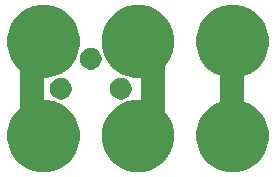
<source format=gbs>
G04 #@! TF.GenerationSoftware,KiCad,Pcbnew,5.1.5-52549c5~84~ubuntu19.04.1*
G04 #@! TF.CreationDate,2020-01-08T00:27:12+01:00*
G04 #@! TF.ProjectId,2x3-Mini-Potentiometer-3386P-TH,3278332d-4d69-46e6-992d-506f74656e74,v1.2*
G04 #@! TF.SameCoordinates,Original*
G04 #@! TF.FileFunction,Soldermask,Bot*
G04 #@! TF.FilePolarity,Negative*
%FSLAX46Y46*%
G04 Gerber Fmt 4.6, Leading zero omitted, Abs format (unit mm)*
G04 Created by KiCad (PCBNEW 5.1.5-52549c5~84~ubuntu19.04.1) date 2020-01-08 00:27:12*
%MOMM*%
%LPD*%
G04 APERTURE LIST*
%ADD10C,2.000000*%
%ADD11C,0.100000*%
G04 APERTURE END LIST*
D10*
X35095800Y-23605600D02*
X35095800Y-32105600D01*
X41833800Y-24105600D02*
X41833800Y-32605600D01*
X24833800Y-23605600D02*
X24833800Y-32105600D01*
D11*
G36*
X34731095Y-29147617D02*
G01*
X35290927Y-29379507D01*
X35794765Y-29716160D01*
X36223240Y-30144635D01*
X36559893Y-30648473D01*
X36791783Y-31208305D01*
X36910000Y-31802621D01*
X36910000Y-32408579D01*
X36791783Y-33002895D01*
X36559893Y-33562727D01*
X36223240Y-34066565D01*
X35794765Y-34495040D01*
X35290927Y-34831693D01*
X34731095Y-35063583D01*
X34136779Y-35181800D01*
X33530821Y-35181800D01*
X32936505Y-35063583D01*
X32376673Y-34831693D01*
X31872835Y-34495040D01*
X31444360Y-34066565D01*
X31107707Y-33562727D01*
X30875817Y-33002895D01*
X30757600Y-32408579D01*
X30757600Y-31802621D01*
X30875817Y-31208305D01*
X31107707Y-30648473D01*
X31444360Y-30144635D01*
X31872835Y-29716160D01*
X32376673Y-29379507D01*
X32936505Y-29147617D01*
X33530821Y-29029400D01*
X34136779Y-29029400D01*
X34731095Y-29147617D01*
G37*
G36*
X42731095Y-29147617D02*
G01*
X43290927Y-29379507D01*
X43794765Y-29716160D01*
X44223240Y-30144635D01*
X44559893Y-30648473D01*
X44791783Y-31208305D01*
X44910000Y-31802621D01*
X44910000Y-32408579D01*
X44791783Y-33002895D01*
X44559893Y-33562727D01*
X44223240Y-34066565D01*
X43794765Y-34495040D01*
X43290927Y-34831693D01*
X42731095Y-35063583D01*
X42136779Y-35181800D01*
X41530821Y-35181800D01*
X40936505Y-35063583D01*
X40376673Y-34831693D01*
X39872835Y-34495040D01*
X39444360Y-34066565D01*
X39107707Y-33562727D01*
X38875817Y-33002895D01*
X38757600Y-32408579D01*
X38757600Y-31802621D01*
X38875817Y-31208305D01*
X39107707Y-30648473D01*
X39444360Y-30144635D01*
X39872835Y-29716160D01*
X40376673Y-29379507D01*
X40936505Y-29147617D01*
X41530821Y-29029400D01*
X42136779Y-29029400D01*
X42731095Y-29147617D01*
G37*
G36*
X26731095Y-29147617D02*
G01*
X27290927Y-29379507D01*
X27794765Y-29716160D01*
X28223240Y-30144635D01*
X28559893Y-30648473D01*
X28791783Y-31208305D01*
X28910000Y-31802621D01*
X28910000Y-32408579D01*
X28791783Y-33002895D01*
X28559893Y-33562727D01*
X28223240Y-34066565D01*
X27794765Y-34495040D01*
X27290927Y-34831693D01*
X26731095Y-35063583D01*
X26136779Y-35181800D01*
X25530821Y-35181800D01*
X24936505Y-35063583D01*
X24376673Y-34831693D01*
X23872835Y-34495040D01*
X23444360Y-34066565D01*
X23107707Y-33562727D01*
X22875817Y-33002895D01*
X22757600Y-32408579D01*
X22757600Y-31802621D01*
X22875817Y-31208305D01*
X23107707Y-30648473D01*
X23444360Y-30144635D01*
X23872835Y-29716160D01*
X24376673Y-29379507D01*
X24936505Y-29147617D01*
X25530821Y-29029400D01*
X26136779Y-29029400D01*
X26731095Y-29147617D01*
G37*
G36*
X27397088Y-27181800D02*
G01*
X27563964Y-27214994D01*
X27732519Y-27284812D01*
X27884219Y-27386175D01*
X28013225Y-27515181D01*
X28114588Y-27666881D01*
X28184406Y-27835436D01*
X28220000Y-28014378D01*
X28220000Y-28196822D01*
X28184406Y-28375764D01*
X28114588Y-28544319D01*
X28013225Y-28696019D01*
X27884219Y-28825025D01*
X27732519Y-28926388D01*
X27563964Y-28996206D01*
X27444669Y-29019935D01*
X27385023Y-29031800D01*
X27202577Y-29031800D01*
X27142931Y-29019935D01*
X27023636Y-28996206D01*
X26855081Y-28926388D01*
X26703381Y-28825025D01*
X26574375Y-28696019D01*
X26473012Y-28544319D01*
X26403194Y-28375764D01*
X26367600Y-28196822D01*
X26367600Y-28014378D01*
X26403194Y-27835436D01*
X26473012Y-27666881D01*
X26574375Y-27515181D01*
X26703381Y-27386175D01*
X26855081Y-27284812D01*
X27023636Y-27214994D01*
X27190512Y-27181800D01*
X27202577Y-27179400D01*
X27385023Y-27179400D01*
X27397088Y-27181800D01*
G37*
G36*
X32477088Y-27181800D02*
G01*
X32643964Y-27214994D01*
X32812519Y-27284812D01*
X32964219Y-27386175D01*
X33093225Y-27515181D01*
X33194588Y-27666881D01*
X33264406Y-27835436D01*
X33300000Y-28014378D01*
X33300000Y-28196822D01*
X33264406Y-28375764D01*
X33194588Y-28544319D01*
X33093225Y-28696019D01*
X32964219Y-28825025D01*
X32812519Y-28926388D01*
X32643964Y-28996206D01*
X32524669Y-29019935D01*
X32465023Y-29031800D01*
X32282577Y-29031800D01*
X32222931Y-29019935D01*
X32103636Y-28996206D01*
X31935081Y-28926388D01*
X31783381Y-28825025D01*
X31654375Y-28696019D01*
X31553012Y-28544319D01*
X31483194Y-28375764D01*
X31447600Y-28196822D01*
X31447600Y-28014378D01*
X31483194Y-27835436D01*
X31553012Y-27666881D01*
X31654375Y-27515181D01*
X31783381Y-27386175D01*
X31935081Y-27284812D01*
X32103636Y-27214994D01*
X32270512Y-27181800D01*
X32282577Y-27179400D01*
X32465023Y-27179400D01*
X32477088Y-27181800D01*
G37*
G36*
X42731095Y-21147617D02*
G01*
X43290927Y-21379507D01*
X43794765Y-21716160D01*
X44223240Y-22144635D01*
X44559893Y-22648473D01*
X44791783Y-23208305D01*
X44910000Y-23802621D01*
X44910000Y-24408579D01*
X44791783Y-25002895D01*
X44559893Y-25562727D01*
X44223240Y-26066565D01*
X43794765Y-26495040D01*
X43290927Y-26831693D01*
X42731095Y-27063583D01*
X42136779Y-27181800D01*
X41530821Y-27181800D01*
X40936505Y-27063583D01*
X40376673Y-26831693D01*
X39872835Y-26495040D01*
X39444360Y-26066565D01*
X39107707Y-25562727D01*
X38875817Y-25002895D01*
X38757600Y-24408579D01*
X38757600Y-23802621D01*
X38875817Y-23208305D01*
X39107707Y-22648473D01*
X39444360Y-22144635D01*
X39872835Y-21716160D01*
X40376673Y-21379507D01*
X40936505Y-21147617D01*
X41530821Y-21029400D01*
X42136779Y-21029400D01*
X42731095Y-21147617D01*
G37*
G36*
X34731095Y-21147617D02*
G01*
X35290927Y-21379507D01*
X35794765Y-21716160D01*
X36223240Y-22144635D01*
X36559893Y-22648473D01*
X36791783Y-23208305D01*
X36910000Y-23802621D01*
X36910000Y-24408579D01*
X36791783Y-25002895D01*
X36559893Y-25562727D01*
X36223240Y-26066565D01*
X35794765Y-26495040D01*
X35290927Y-26831693D01*
X34731095Y-27063583D01*
X34136779Y-27181800D01*
X33530821Y-27181800D01*
X32936505Y-27063583D01*
X32376673Y-26831693D01*
X31872835Y-26495040D01*
X31444360Y-26066565D01*
X31107707Y-25562727D01*
X30875817Y-25002895D01*
X30757600Y-24408579D01*
X30757600Y-23802621D01*
X30875817Y-23208305D01*
X31107707Y-22648473D01*
X31444360Y-22144635D01*
X31872835Y-21716160D01*
X32376673Y-21379507D01*
X32936505Y-21147617D01*
X33530821Y-21029400D01*
X34136779Y-21029400D01*
X34731095Y-21147617D01*
G37*
G36*
X26731095Y-21147617D02*
G01*
X27290927Y-21379507D01*
X27794765Y-21716160D01*
X28223240Y-22144635D01*
X28559893Y-22648473D01*
X28791783Y-23208305D01*
X28910000Y-23802621D01*
X28910000Y-24408579D01*
X28791783Y-25002895D01*
X28559893Y-25562727D01*
X28223240Y-26066565D01*
X27794765Y-26495040D01*
X27290927Y-26831693D01*
X26731095Y-27063583D01*
X26136779Y-27181800D01*
X25530821Y-27181800D01*
X24936505Y-27063583D01*
X24376673Y-26831693D01*
X23872835Y-26495040D01*
X23444360Y-26066565D01*
X23107707Y-25562727D01*
X22875817Y-25002895D01*
X22757600Y-24408579D01*
X22757600Y-23802621D01*
X22875817Y-23208305D01*
X23107707Y-22648473D01*
X23444360Y-22144635D01*
X23872835Y-21716160D01*
X24376673Y-21379507D01*
X24936505Y-21147617D01*
X25530821Y-21029400D01*
X26136779Y-21029400D01*
X26731095Y-21147617D01*
G37*
G36*
X29984669Y-24663545D02*
G01*
X30103964Y-24687274D01*
X30272519Y-24757092D01*
X30424219Y-24858455D01*
X30553225Y-24987461D01*
X30654588Y-25139161D01*
X30724406Y-25307716D01*
X30760000Y-25486658D01*
X30760000Y-25669102D01*
X30724406Y-25848044D01*
X30654588Y-26016599D01*
X30553225Y-26168299D01*
X30424219Y-26297305D01*
X30272519Y-26398668D01*
X30103964Y-26468486D01*
X29984669Y-26492215D01*
X29925023Y-26504080D01*
X29742577Y-26504080D01*
X29682931Y-26492215D01*
X29563636Y-26468486D01*
X29395081Y-26398668D01*
X29243381Y-26297305D01*
X29114375Y-26168299D01*
X29013012Y-26016599D01*
X28943194Y-25848044D01*
X28907600Y-25669102D01*
X28907600Y-25486658D01*
X28943194Y-25307716D01*
X29013012Y-25139161D01*
X29114375Y-24987461D01*
X29243381Y-24858455D01*
X29395081Y-24757092D01*
X29563636Y-24687274D01*
X29682931Y-24663545D01*
X29742577Y-24651680D01*
X29925023Y-24651680D01*
X29984669Y-24663545D01*
G37*
M02*

</source>
